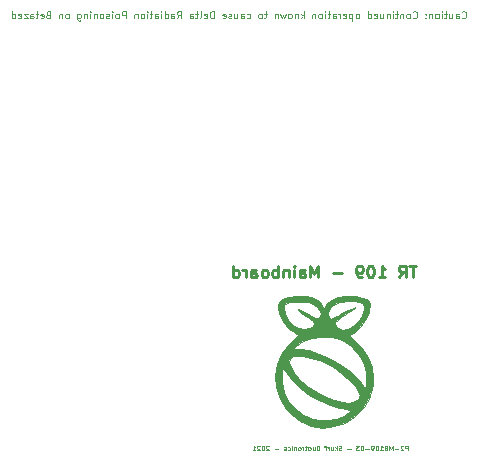
<source format=gbr>
G04 #@! TF.GenerationSoftware,KiCad,Pcbnew,(5.1.10-1-10_14)*
G04 #@! TF.CreationDate,2021-06-08T23:18:15-04:00*
G04 #@! TF.ProjectId,tr109-mainboard,74723130-392d-46d6-9169-6e626f617264,1*
G04 #@! TF.SameCoordinates,Original*
G04 #@! TF.FileFunction,Legend,Bot*
G04 #@! TF.FilePolarity,Positive*
%FSLAX46Y46*%
G04 Gerber Fmt 4.6, Leading zero omitted, Abs format (unit mm)*
G04 Created by KiCad (PCBNEW (5.1.10-1-10_14)) date 2021-06-08 23:18:15*
%MOMM*%
%LPD*%
G01*
G04 APERTURE LIST*
%ADD10C,0.100000*%
%ADD11C,0.250000*%
%ADD12C,0.010000*%
G04 APERTURE END LIST*
D10*
X162571993Y-72807485D02*
X162600565Y-72836057D01*
X162686279Y-72864628D01*
X162743422Y-72864628D01*
X162829136Y-72836057D01*
X162886279Y-72778914D01*
X162914850Y-72721771D01*
X162943422Y-72607485D01*
X162943422Y-72521771D01*
X162914850Y-72407485D01*
X162886279Y-72350342D01*
X162829136Y-72293200D01*
X162743422Y-72264628D01*
X162686279Y-72264628D01*
X162600565Y-72293200D01*
X162571993Y-72321771D01*
X162057708Y-72864628D02*
X162057708Y-72550342D01*
X162086279Y-72493200D01*
X162143422Y-72464628D01*
X162257708Y-72464628D01*
X162314850Y-72493200D01*
X162057708Y-72836057D02*
X162114850Y-72864628D01*
X162257708Y-72864628D01*
X162314850Y-72836057D01*
X162343422Y-72778914D01*
X162343422Y-72721771D01*
X162314850Y-72664628D01*
X162257708Y-72636057D01*
X162114850Y-72636057D01*
X162057708Y-72607485D01*
X161514850Y-72464628D02*
X161514850Y-72864628D01*
X161771993Y-72464628D02*
X161771993Y-72778914D01*
X161743422Y-72836057D01*
X161686279Y-72864628D01*
X161600565Y-72864628D01*
X161543422Y-72836057D01*
X161514850Y-72807485D01*
X161314850Y-72464628D02*
X161086279Y-72464628D01*
X161229136Y-72264628D02*
X161229136Y-72778914D01*
X161200565Y-72836057D01*
X161143422Y-72864628D01*
X161086279Y-72864628D01*
X160886279Y-72864628D02*
X160886279Y-72464628D01*
X160886279Y-72264628D02*
X160914850Y-72293200D01*
X160886279Y-72321771D01*
X160857708Y-72293200D01*
X160886279Y-72264628D01*
X160886279Y-72321771D01*
X160514850Y-72864628D02*
X160571993Y-72836057D01*
X160600565Y-72807485D01*
X160629136Y-72750342D01*
X160629136Y-72578914D01*
X160600565Y-72521771D01*
X160571993Y-72493200D01*
X160514850Y-72464628D01*
X160429136Y-72464628D01*
X160371993Y-72493200D01*
X160343422Y-72521771D01*
X160314850Y-72578914D01*
X160314850Y-72750342D01*
X160343422Y-72807485D01*
X160371993Y-72836057D01*
X160429136Y-72864628D01*
X160514850Y-72864628D01*
X160057708Y-72464628D02*
X160057708Y-72864628D01*
X160057708Y-72521771D02*
X160029136Y-72493200D01*
X159971993Y-72464628D01*
X159886279Y-72464628D01*
X159829136Y-72493200D01*
X159800565Y-72550342D01*
X159800565Y-72864628D01*
X159514850Y-72807485D02*
X159486279Y-72836057D01*
X159514850Y-72864628D01*
X159543422Y-72836057D01*
X159514850Y-72807485D01*
X159514850Y-72864628D01*
X159514850Y-72493200D02*
X159486279Y-72521771D01*
X159514850Y-72550342D01*
X159543422Y-72521771D01*
X159514850Y-72493200D01*
X159514850Y-72550342D01*
X158429136Y-72807485D02*
X158457708Y-72836057D01*
X158543422Y-72864628D01*
X158600565Y-72864628D01*
X158686279Y-72836057D01*
X158743422Y-72778914D01*
X158771993Y-72721771D01*
X158800565Y-72607485D01*
X158800565Y-72521771D01*
X158771993Y-72407485D01*
X158743422Y-72350342D01*
X158686279Y-72293200D01*
X158600565Y-72264628D01*
X158543422Y-72264628D01*
X158457708Y-72293200D01*
X158429136Y-72321771D01*
X158086279Y-72864628D02*
X158143422Y-72836057D01*
X158171993Y-72807485D01*
X158200565Y-72750342D01*
X158200565Y-72578914D01*
X158171993Y-72521771D01*
X158143422Y-72493200D01*
X158086279Y-72464628D01*
X158000565Y-72464628D01*
X157943422Y-72493200D01*
X157914850Y-72521771D01*
X157886279Y-72578914D01*
X157886279Y-72750342D01*
X157914850Y-72807485D01*
X157943422Y-72836057D01*
X158000565Y-72864628D01*
X158086279Y-72864628D01*
X157629136Y-72464628D02*
X157629136Y-72864628D01*
X157629136Y-72521771D02*
X157600565Y-72493200D01*
X157543422Y-72464628D01*
X157457708Y-72464628D01*
X157400565Y-72493200D01*
X157371993Y-72550342D01*
X157371993Y-72864628D01*
X157171993Y-72464628D02*
X156943422Y-72464628D01*
X157086279Y-72264628D02*
X157086279Y-72778914D01*
X157057708Y-72836057D01*
X157000565Y-72864628D01*
X156943422Y-72864628D01*
X156743422Y-72864628D02*
X156743422Y-72464628D01*
X156743422Y-72264628D02*
X156771993Y-72293200D01*
X156743422Y-72321771D01*
X156714850Y-72293200D01*
X156743422Y-72264628D01*
X156743422Y-72321771D01*
X156457708Y-72464628D02*
X156457708Y-72864628D01*
X156457708Y-72521771D02*
X156429136Y-72493200D01*
X156371993Y-72464628D01*
X156286279Y-72464628D01*
X156229136Y-72493200D01*
X156200565Y-72550342D01*
X156200565Y-72864628D01*
X155657708Y-72464628D02*
X155657708Y-72864628D01*
X155914850Y-72464628D02*
X155914850Y-72778914D01*
X155886279Y-72836057D01*
X155829136Y-72864628D01*
X155743422Y-72864628D01*
X155686279Y-72836057D01*
X155657708Y-72807485D01*
X155143422Y-72836057D02*
X155200565Y-72864628D01*
X155314850Y-72864628D01*
X155371993Y-72836057D01*
X155400565Y-72778914D01*
X155400565Y-72550342D01*
X155371993Y-72493200D01*
X155314850Y-72464628D01*
X155200565Y-72464628D01*
X155143422Y-72493200D01*
X155114850Y-72550342D01*
X155114850Y-72607485D01*
X155400565Y-72664628D01*
X154600565Y-72864628D02*
X154600565Y-72264628D01*
X154600565Y-72836057D02*
X154657708Y-72864628D01*
X154771993Y-72864628D01*
X154829136Y-72836057D01*
X154857708Y-72807485D01*
X154886279Y-72750342D01*
X154886279Y-72578914D01*
X154857708Y-72521771D01*
X154829136Y-72493200D01*
X154771993Y-72464628D01*
X154657708Y-72464628D01*
X154600565Y-72493200D01*
X153771993Y-72864628D02*
X153829136Y-72836057D01*
X153857708Y-72807485D01*
X153886279Y-72750342D01*
X153886279Y-72578914D01*
X153857708Y-72521771D01*
X153829136Y-72493200D01*
X153771993Y-72464628D01*
X153686279Y-72464628D01*
X153629136Y-72493200D01*
X153600565Y-72521771D01*
X153571993Y-72578914D01*
X153571993Y-72750342D01*
X153600565Y-72807485D01*
X153629136Y-72836057D01*
X153686279Y-72864628D01*
X153771993Y-72864628D01*
X153314850Y-72464628D02*
X153314850Y-73064628D01*
X153314850Y-72493200D02*
X153257708Y-72464628D01*
X153143422Y-72464628D01*
X153086279Y-72493200D01*
X153057708Y-72521771D01*
X153029136Y-72578914D01*
X153029136Y-72750342D01*
X153057708Y-72807485D01*
X153086279Y-72836057D01*
X153143422Y-72864628D01*
X153257708Y-72864628D01*
X153314850Y-72836057D01*
X152543422Y-72836057D02*
X152600565Y-72864628D01*
X152714850Y-72864628D01*
X152771993Y-72836057D01*
X152800565Y-72778914D01*
X152800565Y-72550342D01*
X152771993Y-72493200D01*
X152714850Y-72464628D01*
X152600565Y-72464628D01*
X152543422Y-72493200D01*
X152514850Y-72550342D01*
X152514850Y-72607485D01*
X152800565Y-72664628D01*
X152257708Y-72864628D02*
X152257708Y-72464628D01*
X152257708Y-72578914D02*
X152229136Y-72521771D01*
X152200565Y-72493200D01*
X152143422Y-72464628D01*
X152086279Y-72464628D01*
X151629136Y-72864628D02*
X151629136Y-72550342D01*
X151657708Y-72493200D01*
X151714850Y-72464628D01*
X151829136Y-72464628D01*
X151886279Y-72493200D01*
X151629136Y-72836057D02*
X151686279Y-72864628D01*
X151829136Y-72864628D01*
X151886279Y-72836057D01*
X151914850Y-72778914D01*
X151914850Y-72721771D01*
X151886279Y-72664628D01*
X151829136Y-72636057D01*
X151686279Y-72636057D01*
X151629136Y-72607485D01*
X151429136Y-72464628D02*
X151200565Y-72464628D01*
X151343422Y-72264628D02*
X151343422Y-72778914D01*
X151314850Y-72836057D01*
X151257708Y-72864628D01*
X151200565Y-72864628D01*
X151000565Y-72864628D02*
X151000565Y-72464628D01*
X151000565Y-72264628D02*
X151029136Y-72293200D01*
X151000565Y-72321771D01*
X150971993Y-72293200D01*
X151000565Y-72264628D01*
X151000565Y-72321771D01*
X150629136Y-72864628D02*
X150686279Y-72836057D01*
X150714850Y-72807485D01*
X150743422Y-72750342D01*
X150743422Y-72578914D01*
X150714850Y-72521771D01*
X150686279Y-72493200D01*
X150629136Y-72464628D01*
X150543422Y-72464628D01*
X150486279Y-72493200D01*
X150457708Y-72521771D01*
X150429136Y-72578914D01*
X150429136Y-72750342D01*
X150457708Y-72807485D01*
X150486279Y-72836057D01*
X150543422Y-72864628D01*
X150629136Y-72864628D01*
X150171993Y-72464628D02*
X150171993Y-72864628D01*
X150171993Y-72521771D02*
X150143422Y-72493200D01*
X150086279Y-72464628D01*
X150000565Y-72464628D01*
X149943422Y-72493200D01*
X149914850Y-72550342D01*
X149914850Y-72864628D01*
X149171993Y-72864628D02*
X149171993Y-72264628D01*
X149114850Y-72636057D02*
X148943422Y-72864628D01*
X148943422Y-72464628D02*
X149171993Y-72693200D01*
X148686279Y-72464628D02*
X148686279Y-72864628D01*
X148686279Y-72521771D02*
X148657708Y-72493200D01*
X148600565Y-72464628D01*
X148514850Y-72464628D01*
X148457708Y-72493200D01*
X148429136Y-72550342D01*
X148429136Y-72864628D01*
X148057708Y-72864628D02*
X148114850Y-72836057D01*
X148143422Y-72807485D01*
X148171993Y-72750342D01*
X148171993Y-72578914D01*
X148143422Y-72521771D01*
X148114850Y-72493200D01*
X148057708Y-72464628D01*
X147971993Y-72464628D01*
X147914850Y-72493200D01*
X147886279Y-72521771D01*
X147857708Y-72578914D01*
X147857708Y-72750342D01*
X147886279Y-72807485D01*
X147914850Y-72836057D01*
X147971993Y-72864628D01*
X148057708Y-72864628D01*
X147657708Y-72464628D02*
X147543422Y-72864628D01*
X147429136Y-72578914D01*
X147314850Y-72864628D01*
X147200565Y-72464628D01*
X146971993Y-72464628D02*
X146971993Y-72864628D01*
X146971993Y-72521771D02*
X146943422Y-72493200D01*
X146886279Y-72464628D01*
X146800565Y-72464628D01*
X146743422Y-72493200D01*
X146714850Y-72550342D01*
X146714850Y-72864628D01*
X146057708Y-72464628D02*
X145829136Y-72464628D01*
X145971993Y-72264628D02*
X145971993Y-72778914D01*
X145943422Y-72836057D01*
X145886279Y-72864628D01*
X145829136Y-72864628D01*
X145543422Y-72864628D02*
X145600565Y-72836057D01*
X145629136Y-72807485D01*
X145657708Y-72750342D01*
X145657708Y-72578914D01*
X145629136Y-72521771D01*
X145600565Y-72493200D01*
X145543422Y-72464628D01*
X145457708Y-72464628D01*
X145400565Y-72493200D01*
X145371993Y-72521771D01*
X145343422Y-72578914D01*
X145343422Y-72750342D01*
X145371993Y-72807485D01*
X145400565Y-72836057D01*
X145457708Y-72864628D01*
X145543422Y-72864628D01*
X144371993Y-72836057D02*
X144429136Y-72864628D01*
X144543422Y-72864628D01*
X144600565Y-72836057D01*
X144629136Y-72807485D01*
X144657708Y-72750342D01*
X144657708Y-72578914D01*
X144629136Y-72521771D01*
X144600565Y-72493200D01*
X144543422Y-72464628D01*
X144429136Y-72464628D01*
X144371993Y-72493200D01*
X143857708Y-72864628D02*
X143857708Y-72550342D01*
X143886279Y-72493200D01*
X143943422Y-72464628D01*
X144057708Y-72464628D01*
X144114850Y-72493200D01*
X143857708Y-72836057D02*
X143914850Y-72864628D01*
X144057708Y-72864628D01*
X144114850Y-72836057D01*
X144143422Y-72778914D01*
X144143422Y-72721771D01*
X144114850Y-72664628D01*
X144057708Y-72636057D01*
X143914850Y-72636057D01*
X143857708Y-72607485D01*
X143314850Y-72464628D02*
X143314850Y-72864628D01*
X143571993Y-72464628D02*
X143571993Y-72778914D01*
X143543422Y-72836057D01*
X143486279Y-72864628D01*
X143400565Y-72864628D01*
X143343422Y-72836057D01*
X143314850Y-72807485D01*
X143057708Y-72836057D02*
X143000565Y-72864628D01*
X142886279Y-72864628D01*
X142829136Y-72836057D01*
X142800565Y-72778914D01*
X142800565Y-72750342D01*
X142829136Y-72693200D01*
X142886279Y-72664628D01*
X142971993Y-72664628D01*
X143029136Y-72636057D01*
X143057708Y-72578914D01*
X143057708Y-72550342D01*
X143029136Y-72493200D01*
X142971993Y-72464628D01*
X142886279Y-72464628D01*
X142829136Y-72493200D01*
X142314850Y-72836057D02*
X142371993Y-72864628D01*
X142486279Y-72864628D01*
X142543422Y-72836057D01*
X142571993Y-72778914D01*
X142571993Y-72550342D01*
X142543422Y-72493200D01*
X142486279Y-72464628D01*
X142371993Y-72464628D01*
X142314850Y-72493200D01*
X142286279Y-72550342D01*
X142286279Y-72607485D01*
X142571993Y-72664628D01*
X141571993Y-72864628D02*
X141571993Y-72264628D01*
X141429136Y-72264628D01*
X141343422Y-72293200D01*
X141286279Y-72350342D01*
X141257708Y-72407485D01*
X141229136Y-72521771D01*
X141229136Y-72607485D01*
X141257708Y-72721771D01*
X141286279Y-72778914D01*
X141343422Y-72836057D01*
X141429136Y-72864628D01*
X141571993Y-72864628D01*
X140743422Y-72836057D02*
X140800565Y-72864628D01*
X140914850Y-72864628D01*
X140971993Y-72836057D01*
X141000565Y-72778914D01*
X141000565Y-72550342D01*
X140971993Y-72493200D01*
X140914850Y-72464628D01*
X140800565Y-72464628D01*
X140743422Y-72493200D01*
X140714850Y-72550342D01*
X140714850Y-72607485D01*
X141000565Y-72664628D01*
X140371993Y-72864628D02*
X140429136Y-72836057D01*
X140457708Y-72778914D01*
X140457708Y-72264628D01*
X140229136Y-72464628D02*
X140000565Y-72464628D01*
X140143422Y-72264628D02*
X140143422Y-72778914D01*
X140114850Y-72836057D01*
X140057708Y-72864628D01*
X140000565Y-72864628D01*
X139543422Y-72864628D02*
X139543422Y-72550342D01*
X139571993Y-72493200D01*
X139629136Y-72464628D01*
X139743422Y-72464628D01*
X139800565Y-72493200D01*
X139543422Y-72836057D02*
X139600565Y-72864628D01*
X139743422Y-72864628D01*
X139800565Y-72836057D01*
X139829136Y-72778914D01*
X139829136Y-72721771D01*
X139800565Y-72664628D01*
X139743422Y-72636057D01*
X139600565Y-72636057D01*
X139543422Y-72607485D01*
X138457708Y-72864628D02*
X138657708Y-72578914D01*
X138800565Y-72864628D02*
X138800565Y-72264628D01*
X138571993Y-72264628D01*
X138514850Y-72293200D01*
X138486279Y-72321771D01*
X138457708Y-72378914D01*
X138457708Y-72464628D01*
X138486279Y-72521771D01*
X138514850Y-72550342D01*
X138571993Y-72578914D01*
X138800565Y-72578914D01*
X137943422Y-72864628D02*
X137943422Y-72550342D01*
X137971993Y-72493200D01*
X138029136Y-72464628D01*
X138143422Y-72464628D01*
X138200565Y-72493200D01*
X137943422Y-72836057D02*
X138000565Y-72864628D01*
X138143422Y-72864628D01*
X138200565Y-72836057D01*
X138229136Y-72778914D01*
X138229136Y-72721771D01*
X138200565Y-72664628D01*
X138143422Y-72636057D01*
X138000565Y-72636057D01*
X137943422Y-72607485D01*
X137400565Y-72864628D02*
X137400565Y-72264628D01*
X137400565Y-72836057D02*
X137457708Y-72864628D01*
X137571993Y-72864628D01*
X137629136Y-72836057D01*
X137657708Y-72807485D01*
X137686279Y-72750342D01*
X137686279Y-72578914D01*
X137657708Y-72521771D01*
X137629136Y-72493200D01*
X137571993Y-72464628D01*
X137457708Y-72464628D01*
X137400565Y-72493200D01*
X137114850Y-72864628D02*
X137114850Y-72464628D01*
X137114850Y-72264628D02*
X137143422Y-72293200D01*
X137114850Y-72321771D01*
X137086279Y-72293200D01*
X137114850Y-72264628D01*
X137114850Y-72321771D01*
X136571993Y-72864628D02*
X136571993Y-72550342D01*
X136600565Y-72493200D01*
X136657708Y-72464628D01*
X136771993Y-72464628D01*
X136829136Y-72493200D01*
X136571993Y-72836057D02*
X136629136Y-72864628D01*
X136771993Y-72864628D01*
X136829136Y-72836057D01*
X136857708Y-72778914D01*
X136857708Y-72721771D01*
X136829136Y-72664628D01*
X136771993Y-72636057D01*
X136629136Y-72636057D01*
X136571993Y-72607485D01*
X136371993Y-72464628D02*
X136143422Y-72464628D01*
X136286279Y-72264628D02*
X136286279Y-72778914D01*
X136257708Y-72836057D01*
X136200565Y-72864628D01*
X136143422Y-72864628D01*
X135943422Y-72864628D02*
X135943422Y-72464628D01*
X135943422Y-72264628D02*
X135971993Y-72293200D01*
X135943422Y-72321771D01*
X135914850Y-72293200D01*
X135943422Y-72264628D01*
X135943422Y-72321771D01*
X135571993Y-72864628D02*
X135629136Y-72836057D01*
X135657708Y-72807485D01*
X135686279Y-72750342D01*
X135686279Y-72578914D01*
X135657708Y-72521771D01*
X135629136Y-72493200D01*
X135571993Y-72464628D01*
X135486279Y-72464628D01*
X135429136Y-72493200D01*
X135400565Y-72521771D01*
X135371993Y-72578914D01*
X135371993Y-72750342D01*
X135400565Y-72807485D01*
X135429136Y-72836057D01*
X135486279Y-72864628D01*
X135571993Y-72864628D01*
X135114850Y-72464628D02*
X135114850Y-72864628D01*
X135114850Y-72521771D02*
X135086279Y-72493200D01*
X135029136Y-72464628D01*
X134943422Y-72464628D01*
X134886279Y-72493200D01*
X134857708Y-72550342D01*
X134857708Y-72864628D01*
X134114850Y-72864628D02*
X134114850Y-72264628D01*
X133886279Y-72264628D01*
X133829136Y-72293200D01*
X133800565Y-72321771D01*
X133771993Y-72378914D01*
X133771993Y-72464628D01*
X133800565Y-72521771D01*
X133829136Y-72550342D01*
X133886279Y-72578914D01*
X134114850Y-72578914D01*
X133429136Y-72864628D02*
X133486279Y-72836057D01*
X133514850Y-72807485D01*
X133543422Y-72750342D01*
X133543422Y-72578914D01*
X133514850Y-72521771D01*
X133486279Y-72493200D01*
X133429136Y-72464628D01*
X133343422Y-72464628D01*
X133286279Y-72493200D01*
X133257708Y-72521771D01*
X133229136Y-72578914D01*
X133229136Y-72750342D01*
X133257708Y-72807485D01*
X133286279Y-72836057D01*
X133343422Y-72864628D01*
X133429136Y-72864628D01*
X132971993Y-72864628D02*
X132971993Y-72464628D01*
X132971993Y-72264628D02*
X133000565Y-72293200D01*
X132971993Y-72321771D01*
X132943422Y-72293200D01*
X132971993Y-72264628D01*
X132971993Y-72321771D01*
X132714850Y-72836057D02*
X132657708Y-72864628D01*
X132543422Y-72864628D01*
X132486279Y-72836057D01*
X132457708Y-72778914D01*
X132457708Y-72750342D01*
X132486279Y-72693200D01*
X132543422Y-72664628D01*
X132629136Y-72664628D01*
X132686279Y-72636057D01*
X132714850Y-72578914D01*
X132714850Y-72550342D01*
X132686279Y-72493200D01*
X132629136Y-72464628D01*
X132543422Y-72464628D01*
X132486279Y-72493200D01*
X132114850Y-72864628D02*
X132171993Y-72836057D01*
X132200565Y-72807485D01*
X132229136Y-72750342D01*
X132229136Y-72578914D01*
X132200565Y-72521771D01*
X132171993Y-72493200D01*
X132114850Y-72464628D01*
X132029136Y-72464628D01*
X131971993Y-72493200D01*
X131943422Y-72521771D01*
X131914850Y-72578914D01*
X131914850Y-72750342D01*
X131943422Y-72807485D01*
X131971993Y-72836057D01*
X132029136Y-72864628D01*
X132114850Y-72864628D01*
X131657708Y-72464628D02*
X131657708Y-72864628D01*
X131657708Y-72521771D02*
X131629136Y-72493200D01*
X131571993Y-72464628D01*
X131486279Y-72464628D01*
X131429136Y-72493200D01*
X131400565Y-72550342D01*
X131400565Y-72864628D01*
X131114850Y-72864628D02*
X131114850Y-72464628D01*
X131114850Y-72264628D02*
X131143422Y-72293200D01*
X131114850Y-72321771D01*
X131086279Y-72293200D01*
X131114850Y-72264628D01*
X131114850Y-72321771D01*
X130829136Y-72464628D02*
X130829136Y-72864628D01*
X130829136Y-72521771D02*
X130800565Y-72493200D01*
X130743422Y-72464628D01*
X130657708Y-72464628D01*
X130600565Y-72493200D01*
X130571993Y-72550342D01*
X130571993Y-72864628D01*
X130029136Y-72464628D02*
X130029136Y-72950342D01*
X130057708Y-73007485D01*
X130086279Y-73036057D01*
X130143422Y-73064628D01*
X130229136Y-73064628D01*
X130286279Y-73036057D01*
X130029136Y-72836057D02*
X130086279Y-72864628D01*
X130200565Y-72864628D01*
X130257708Y-72836057D01*
X130286279Y-72807485D01*
X130314850Y-72750342D01*
X130314850Y-72578914D01*
X130286279Y-72521771D01*
X130257708Y-72493200D01*
X130200565Y-72464628D01*
X130086279Y-72464628D01*
X130029136Y-72493200D01*
X129200565Y-72864628D02*
X129257708Y-72836057D01*
X129286279Y-72807485D01*
X129314850Y-72750342D01*
X129314850Y-72578914D01*
X129286279Y-72521771D01*
X129257708Y-72493200D01*
X129200565Y-72464628D01*
X129114850Y-72464628D01*
X129057708Y-72493200D01*
X129029136Y-72521771D01*
X129000565Y-72578914D01*
X129000565Y-72750342D01*
X129029136Y-72807485D01*
X129057708Y-72836057D01*
X129114850Y-72864628D01*
X129200565Y-72864628D01*
X128743422Y-72464628D02*
X128743422Y-72864628D01*
X128743422Y-72521771D02*
X128714850Y-72493200D01*
X128657708Y-72464628D01*
X128571993Y-72464628D01*
X128514850Y-72493200D01*
X128486279Y-72550342D01*
X128486279Y-72864628D01*
X127543422Y-72550342D02*
X127457708Y-72578914D01*
X127429136Y-72607485D01*
X127400565Y-72664628D01*
X127400565Y-72750342D01*
X127429136Y-72807485D01*
X127457708Y-72836057D01*
X127514850Y-72864628D01*
X127743422Y-72864628D01*
X127743422Y-72264628D01*
X127543422Y-72264628D01*
X127486279Y-72293200D01*
X127457708Y-72321771D01*
X127429136Y-72378914D01*
X127429136Y-72436057D01*
X127457708Y-72493200D01*
X127486279Y-72521771D01*
X127543422Y-72550342D01*
X127743422Y-72550342D01*
X126914850Y-72836057D02*
X126971993Y-72864628D01*
X127086279Y-72864628D01*
X127143422Y-72836057D01*
X127171993Y-72778914D01*
X127171993Y-72550342D01*
X127143422Y-72493200D01*
X127086279Y-72464628D01*
X126971993Y-72464628D01*
X126914850Y-72493200D01*
X126886279Y-72550342D01*
X126886279Y-72607485D01*
X127171993Y-72664628D01*
X126714850Y-72464628D02*
X126486279Y-72464628D01*
X126629136Y-72264628D02*
X126629136Y-72778914D01*
X126600565Y-72836057D01*
X126543422Y-72864628D01*
X126486279Y-72864628D01*
X126029136Y-72864628D02*
X126029136Y-72550342D01*
X126057708Y-72493200D01*
X126114850Y-72464628D01*
X126229136Y-72464628D01*
X126286279Y-72493200D01*
X126029136Y-72836057D02*
X126086279Y-72864628D01*
X126229136Y-72864628D01*
X126286279Y-72836057D01*
X126314850Y-72778914D01*
X126314850Y-72721771D01*
X126286279Y-72664628D01*
X126229136Y-72636057D01*
X126086279Y-72636057D01*
X126029136Y-72607485D01*
X125800565Y-72464628D02*
X125486279Y-72464628D01*
X125800565Y-72864628D01*
X125486279Y-72864628D01*
X125029136Y-72836057D02*
X125086279Y-72864628D01*
X125200565Y-72864628D01*
X125257708Y-72836057D01*
X125286279Y-72778914D01*
X125286279Y-72550342D01*
X125257708Y-72493200D01*
X125200565Y-72464628D01*
X125086279Y-72464628D01*
X125029136Y-72493200D01*
X125000565Y-72550342D01*
X125000565Y-72607485D01*
X125286279Y-72664628D01*
X124486279Y-72864628D02*
X124486279Y-72264628D01*
X124486279Y-72836057D02*
X124543422Y-72864628D01*
X124657708Y-72864628D01*
X124714850Y-72836057D01*
X124743422Y-72807485D01*
X124771993Y-72750342D01*
X124771993Y-72578914D01*
X124743422Y-72521771D01*
X124714850Y-72493200D01*
X124657708Y-72464628D01*
X124543422Y-72464628D01*
X124486279Y-72493200D01*
D11*
X158710547Y-93806780D02*
X158139119Y-93806780D01*
X158424833Y-94806780D02*
X158424833Y-93806780D01*
X157234357Y-94806780D02*
X157567690Y-94330590D01*
X157805785Y-94806780D02*
X157805785Y-93806780D01*
X157424833Y-93806780D01*
X157329595Y-93854400D01*
X157281976Y-93902019D01*
X157234357Y-93997257D01*
X157234357Y-94140114D01*
X157281976Y-94235352D01*
X157329595Y-94282971D01*
X157424833Y-94330590D01*
X157805785Y-94330590D01*
X155520071Y-94806780D02*
X156091500Y-94806780D01*
X155805785Y-94806780D02*
X155805785Y-93806780D01*
X155901024Y-93949638D01*
X155996262Y-94044876D01*
X156091500Y-94092495D01*
X154901024Y-93806780D02*
X154805785Y-93806780D01*
X154710547Y-93854400D01*
X154662928Y-93902019D01*
X154615309Y-93997257D01*
X154567690Y-94187733D01*
X154567690Y-94425828D01*
X154615309Y-94616304D01*
X154662928Y-94711542D01*
X154710547Y-94759161D01*
X154805785Y-94806780D01*
X154901024Y-94806780D01*
X154996262Y-94759161D01*
X155043881Y-94711542D01*
X155091500Y-94616304D01*
X155139119Y-94425828D01*
X155139119Y-94187733D01*
X155091500Y-93997257D01*
X155043881Y-93902019D01*
X154996262Y-93854400D01*
X154901024Y-93806780D01*
X154091500Y-94806780D02*
X153901024Y-94806780D01*
X153805785Y-94759161D01*
X153758166Y-94711542D01*
X153662928Y-94568685D01*
X153615309Y-94378209D01*
X153615309Y-93997257D01*
X153662928Y-93902019D01*
X153710547Y-93854400D01*
X153805785Y-93806780D01*
X153996262Y-93806780D01*
X154091500Y-93854400D01*
X154139119Y-93902019D01*
X154186738Y-93997257D01*
X154186738Y-94235352D01*
X154139119Y-94330590D01*
X154091500Y-94378209D01*
X153996262Y-94425828D01*
X153805785Y-94425828D01*
X153710547Y-94378209D01*
X153662928Y-94330590D01*
X153615309Y-94235352D01*
X152424833Y-94425828D02*
X151662928Y-94425828D01*
X150424833Y-94806780D02*
X150424833Y-93806780D01*
X150091500Y-94521066D01*
X149758166Y-93806780D01*
X149758166Y-94806780D01*
X148853404Y-94806780D02*
X148853404Y-94282971D01*
X148901024Y-94187733D01*
X148996262Y-94140114D01*
X149186738Y-94140114D01*
X149281976Y-94187733D01*
X148853404Y-94759161D02*
X148948643Y-94806780D01*
X149186738Y-94806780D01*
X149281976Y-94759161D01*
X149329595Y-94663923D01*
X149329595Y-94568685D01*
X149281976Y-94473447D01*
X149186738Y-94425828D01*
X148948643Y-94425828D01*
X148853404Y-94378209D01*
X148377214Y-94806780D02*
X148377214Y-94140114D01*
X148377214Y-93806780D02*
X148424833Y-93854400D01*
X148377214Y-93902019D01*
X148329595Y-93854400D01*
X148377214Y-93806780D01*
X148377214Y-93902019D01*
X147901024Y-94140114D02*
X147901024Y-94806780D01*
X147901024Y-94235352D02*
X147853404Y-94187733D01*
X147758166Y-94140114D01*
X147615309Y-94140114D01*
X147520071Y-94187733D01*
X147472452Y-94282971D01*
X147472452Y-94806780D01*
X146996262Y-94806780D02*
X146996262Y-93806780D01*
X146996262Y-94187733D02*
X146901024Y-94140114D01*
X146710547Y-94140114D01*
X146615309Y-94187733D01*
X146567690Y-94235352D01*
X146520071Y-94330590D01*
X146520071Y-94616304D01*
X146567690Y-94711542D01*
X146615309Y-94759161D01*
X146710547Y-94806780D01*
X146901024Y-94806780D01*
X146996262Y-94759161D01*
X145948643Y-94806780D02*
X146043881Y-94759161D01*
X146091500Y-94711542D01*
X146139119Y-94616304D01*
X146139119Y-94330590D01*
X146091500Y-94235352D01*
X146043881Y-94187733D01*
X145948643Y-94140114D01*
X145805785Y-94140114D01*
X145710547Y-94187733D01*
X145662928Y-94235352D01*
X145615309Y-94330590D01*
X145615309Y-94616304D01*
X145662928Y-94711542D01*
X145710547Y-94759161D01*
X145805785Y-94806780D01*
X145948643Y-94806780D01*
X144758166Y-94806780D02*
X144758166Y-94282971D01*
X144805785Y-94187733D01*
X144901024Y-94140114D01*
X145091500Y-94140114D01*
X145186738Y-94187733D01*
X144758166Y-94759161D02*
X144853404Y-94806780D01*
X145091500Y-94806780D01*
X145186738Y-94759161D01*
X145234357Y-94663923D01*
X145234357Y-94568685D01*
X145186738Y-94473447D01*
X145091500Y-94425828D01*
X144853404Y-94425828D01*
X144758166Y-94378209D01*
X144281976Y-94806780D02*
X144281976Y-94140114D01*
X144281976Y-94330590D02*
X144234357Y-94235352D01*
X144186738Y-94187733D01*
X144091500Y-94140114D01*
X143996262Y-94140114D01*
X143234357Y-94806780D02*
X143234357Y-93806780D01*
X143234357Y-94759161D02*
X143329595Y-94806780D01*
X143520071Y-94806780D01*
X143615309Y-94759161D01*
X143662928Y-94711542D01*
X143710547Y-94616304D01*
X143710547Y-94330590D01*
X143662928Y-94235352D01*
X143615309Y-94187733D01*
X143520071Y-94140114D01*
X143329595Y-94140114D01*
X143234357Y-94187733D01*
D10*
X157990785Y-109445152D02*
X157990785Y-109045152D01*
X157838404Y-109045152D01*
X157800309Y-109064200D01*
X157781262Y-109083247D01*
X157762214Y-109121342D01*
X157762214Y-109178485D01*
X157781262Y-109216580D01*
X157800309Y-109235628D01*
X157838404Y-109254676D01*
X157990785Y-109254676D01*
X157609833Y-109083247D02*
X157590785Y-109064200D01*
X157552690Y-109045152D01*
X157457452Y-109045152D01*
X157419357Y-109064200D01*
X157400309Y-109083247D01*
X157381262Y-109121342D01*
X157381262Y-109159438D01*
X157400309Y-109216580D01*
X157628881Y-109445152D01*
X157381262Y-109445152D01*
X157209833Y-109292771D02*
X156905071Y-109292771D01*
X156714595Y-109445152D02*
X156714595Y-109045152D01*
X156581262Y-109330866D01*
X156447928Y-109045152D01*
X156447928Y-109445152D01*
X156124119Y-109235628D02*
X156066976Y-109254676D01*
X156047928Y-109273723D01*
X156028881Y-109311819D01*
X156028881Y-109368961D01*
X156047928Y-109407057D01*
X156066976Y-109426104D01*
X156105071Y-109445152D01*
X156257452Y-109445152D01*
X156257452Y-109045152D01*
X156124119Y-109045152D01*
X156086024Y-109064200D01*
X156066976Y-109083247D01*
X156047928Y-109121342D01*
X156047928Y-109159438D01*
X156066976Y-109197533D01*
X156086024Y-109216580D01*
X156124119Y-109235628D01*
X156257452Y-109235628D01*
X155647928Y-109445152D02*
X155876500Y-109445152D01*
X155762214Y-109445152D02*
X155762214Y-109045152D01*
X155800309Y-109102295D01*
X155838404Y-109140390D01*
X155876500Y-109159438D01*
X155400309Y-109045152D02*
X155362214Y-109045152D01*
X155324119Y-109064200D01*
X155305071Y-109083247D01*
X155286024Y-109121342D01*
X155266976Y-109197533D01*
X155266976Y-109292771D01*
X155286024Y-109368961D01*
X155305071Y-109407057D01*
X155324119Y-109426104D01*
X155362214Y-109445152D01*
X155400309Y-109445152D01*
X155438404Y-109426104D01*
X155457452Y-109407057D01*
X155476500Y-109368961D01*
X155495547Y-109292771D01*
X155495547Y-109197533D01*
X155476500Y-109121342D01*
X155457452Y-109083247D01*
X155438404Y-109064200D01*
X155400309Y-109045152D01*
X155076500Y-109445152D02*
X155000309Y-109445152D01*
X154962214Y-109426104D01*
X154943166Y-109407057D01*
X154905071Y-109349914D01*
X154886024Y-109273723D01*
X154886024Y-109121342D01*
X154905071Y-109083247D01*
X154924119Y-109064200D01*
X154962214Y-109045152D01*
X155038404Y-109045152D01*
X155076500Y-109064200D01*
X155095547Y-109083247D01*
X155114595Y-109121342D01*
X155114595Y-109216580D01*
X155095547Y-109254676D01*
X155076500Y-109273723D01*
X155038404Y-109292771D01*
X154962214Y-109292771D01*
X154924119Y-109273723D01*
X154905071Y-109254676D01*
X154886024Y-109216580D01*
X154714595Y-109292771D02*
X154409833Y-109292771D01*
X154143166Y-109045152D02*
X154105071Y-109045152D01*
X154066976Y-109064200D01*
X154047928Y-109083247D01*
X154028881Y-109121342D01*
X154009833Y-109197533D01*
X154009833Y-109292771D01*
X154028881Y-109368961D01*
X154047928Y-109407057D01*
X154066976Y-109426104D01*
X154105071Y-109445152D01*
X154143166Y-109445152D01*
X154181262Y-109426104D01*
X154200309Y-109407057D01*
X154219357Y-109368961D01*
X154238404Y-109292771D01*
X154238404Y-109197533D01*
X154219357Y-109121342D01*
X154200309Y-109083247D01*
X154181262Y-109064200D01*
X154143166Y-109045152D01*
X153876500Y-109045152D02*
X153628881Y-109045152D01*
X153762214Y-109197533D01*
X153705071Y-109197533D01*
X153666976Y-109216580D01*
X153647928Y-109235628D01*
X153628881Y-109273723D01*
X153628881Y-109368961D01*
X153647928Y-109407057D01*
X153666976Y-109426104D01*
X153705071Y-109445152D01*
X153819357Y-109445152D01*
X153857452Y-109426104D01*
X153876500Y-109407057D01*
X153152690Y-109292771D02*
X152847928Y-109292771D01*
X152371738Y-109426104D02*
X152314595Y-109445152D01*
X152219357Y-109445152D01*
X152181262Y-109426104D01*
X152162214Y-109407057D01*
X152143166Y-109368961D01*
X152143166Y-109330866D01*
X152162214Y-109292771D01*
X152181262Y-109273723D01*
X152219357Y-109254676D01*
X152295547Y-109235628D01*
X152333643Y-109216580D01*
X152352690Y-109197533D01*
X152371738Y-109159438D01*
X152371738Y-109121342D01*
X152352690Y-109083247D01*
X152333643Y-109064200D01*
X152295547Y-109045152D01*
X152200309Y-109045152D01*
X152143166Y-109064200D01*
X151971738Y-109445152D02*
X151971738Y-109045152D01*
X151933643Y-109292771D02*
X151819357Y-109445152D01*
X151819357Y-109178485D02*
X151971738Y-109330866D01*
X151476500Y-109178485D02*
X151476500Y-109445152D01*
X151647928Y-109178485D02*
X151647928Y-109388009D01*
X151628881Y-109426104D01*
X151590785Y-109445152D01*
X151533643Y-109445152D01*
X151495547Y-109426104D01*
X151476500Y-109407057D01*
X151286024Y-109445152D02*
X151286024Y-109178485D01*
X151286024Y-109254676D02*
X151266976Y-109216580D01*
X151247928Y-109197533D01*
X151209833Y-109178485D01*
X151171738Y-109178485D01*
X151095547Y-109178485D02*
X150943166Y-109178485D01*
X151038404Y-109445152D02*
X151038404Y-109102295D01*
X151019357Y-109064200D01*
X150981262Y-109045152D01*
X150943166Y-109045152D01*
X150505071Y-109445152D02*
X150505071Y-109045152D01*
X150409833Y-109045152D01*
X150352690Y-109064200D01*
X150314595Y-109102295D01*
X150295547Y-109140390D01*
X150276500Y-109216580D01*
X150276500Y-109273723D01*
X150295547Y-109349914D01*
X150314595Y-109388009D01*
X150352690Y-109426104D01*
X150409833Y-109445152D01*
X150505071Y-109445152D01*
X149933643Y-109178485D02*
X149933643Y-109445152D01*
X150105071Y-109178485D02*
X150105071Y-109388009D01*
X150086024Y-109426104D01*
X150047928Y-109445152D01*
X149990785Y-109445152D01*
X149952690Y-109426104D01*
X149933643Y-109407057D01*
X149686024Y-109445152D02*
X149724119Y-109426104D01*
X149743166Y-109407057D01*
X149762214Y-109368961D01*
X149762214Y-109254676D01*
X149743166Y-109216580D01*
X149724119Y-109197533D01*
X149686024Y-109178485D01*
X149628881Y-109178485D01*
X149590785Y-109197533D01*
X149571738Y-109216580D01*
X149552690Y-109254676D01*
X149552690Y-109368961D01*
X149571738Y-109407057D01*
X149590785Y-109426104D01*
X149628881Y-109445152D01*
X149686024Y-109445152D01*
X149438404Y-109178485D02*
X149286024Y-109178485D01*
X149381262Y-109045152D02*
X149381262Y-109388009D01*
X149362214Y-109426104D01*
X149324119Y-109445152D01*
X149286024Y-109445152D01*
X149152690Y-109445152D02*
X149152690Y-109178485D01*
X149152690Y-109254676D02*
X149133643Y-109216580D01*
X149114595Y-109197533D01*
X149076500Y-109178485D01*
X149038404Y-109178485D01*
X148847928Y-109445152D02*
X148886024Y-109426104D01*
X148905071Y-109407057D01*
X148924119Y-109368961D01*
X148924119Y-109254676D01*
X148905071Y-109216580D01*
X148886024Y-109197533D01*
X148847928Y-109178485D01*
X148790785Y-109178485D01*
X148752690Y-109197533D01*
X148733643Y-109216580D01*
X148714595Y-109254676D01*
X148714595Y-109368961D01*
X148733643Y-109407057D01*
X148752690Y-109426104D01*
X148790785Y-109445152D01*
X148847928Y-109445152D01*
X148543166Y-109178485D02*
X148543166Y-109445152D01*
X148543166Y-109216580D02*
X148524119Y-109197533D01*
X148486024Y-109178485D01*
X148428881Y-109178485D01*
X148390785Y-109197533D01*
X148371738Y-109235628D01*
X148371738Y-109445152D01*
X148181262Y-109445152D02*
X148181262Y-109178485D01*
X148181262Y-109045152D02*
X148200309Y-109064200D01*
X148181262Y-109083247D01*
X148162214Y-109064200D01*
X148181262Y-109045152D01*
X148181262Y-109083247D01*
X147819357Y-109426104D02*
X147857452Y-109445152D01*
X147933643Y-109445152D01*
X147971738Y-109426104D01*
X147990785Y-109407057D01*
X148009833Y-109368961D01*
X148009833Y-109254676D01*
X147990785Y-109216580D01*
X147971738Y-109197533D01*
X147933643Y-109178485D01*
X147857452Y-109178485D01*
X147819357Y-109197533D01*
X147666976Y-109426104D02*
X147628881Y-109445152D01*
X147552690Y-109445152D01*
X147514595Y-109426104D01*
X147495547Y-109388009D01*
X147495547Y-109368961D01*
X147514595Y-109330866D01*
X147552690Y-109311819D01*
X147609833Y-109311819D01*
X147647928Y-109292771D01*
X147666976Y-109254676D01*
X147666976Y-109235628D01*
X147647928Y-109197533D01*
X147609833Y-109178485D01*
X147552690Y-109178485D01*
X147514595Y-109197533D01*
X147019357Y-109292771D02*
X146714595Y-109292771D01*
X146238404Y-109083247D02*
X146219357Y-109064200D01*
X146181262Y-109045152D01*
X146086024Y-109045152D01*
X146047928Y-109064200D01*
X146028881Y-109083247D01*
X146009833Y-109121342D01*
X146009833Y-109159438D01*
X146028881Y-109216580D01*
X146257452Y-109445152D01*
X146009833Y-109445152D01*
X145762214Y-109045152D02*
X145724119Y-109045152D01*
X145686024Y-109064200D01*
X145666976Y-109083247D01*
X145647928Y-109121342D01*
X145628881Y-109197533D01*
X145628881Y-109292771D01*
X145647928Y-109368961D01*
X145666976Y-109407057D01*
X145686024Y-109426104D01*
X145724119Y-109445152D01*
X145762214Y-109445152D01*
X145800309Y-109426104D01*
X145819357Y-109407057D01*
X145838404Y-109368961D01*
X145857452Y-109292771D01*
X145857452Y-109197533D01*
X145838404Y-109121342D01*
X145819357Y-109083247D01*
X145800309Y-109064200D01*
X145762214Y-109045152D01*
X145476500Y-109083247D02*
X145457452Y-109064200D01*
X145419357Y-109045152D01*
X145324119Y-109045152D01*
X145286024Y-109064200D01*
X145266976Y-109083247D01*
X145247928Y-109121342D01*
X145247928Y-109159438D01*
X145266976Y-109216580D01*
X145495547Y-109445152D01*
X145247928Y-109445152D01*
X144866976Y-109445152D02*
X145095547Y-109445152D01*
X144981262Y-109445152D02*
X144981262Y-109045152D01*
X145019357Y-109102295D01*
X145057452Y-109140390D01*
X145095547Y-109159438D01*
D12*
G36*
X148579585Y-96357196D02*
G01*
X147830198Y-96464599D01*
X147331845Y-96645059D01*
X147063727Y-96923331D01*
X147005050Y-97324172D01*
X147135016Y-97872336D01*
X147186839Y-98015110D01*
X147505124Y-98659758D01*
X147942731Y-99144267D01*
X148327982Y-99423042D01*
X148712825Y-99669301D01*
X148016384Y-100369403D01*
X147347050Y-101219949D01*
X146924782Y-102152373D01*
X146749670Y-103128861D01*
X146821809Y-104111596D01*
X147141291Y-105062764D01*
X147708209Y-105944550D01*
X148001931Y-106267021D01*
X148854640Y-106945031D01*
X149784946Y-107364820D01*
X150767996Y-107521902D01*
X151778936Y-107411792D01*
X152642190Y-107104490D01*
X153562096Y-106529259D01*
X154043324Y-106026855D01*
X153211935Y-106026855D01*
X153158873Y-106135211D01*
X152919690Y-106306934D01*
X152564180Y-106501797D01*
X152162136Y-106679574D01*
X151949293Y-106754608D01*
X151275609Y-106907634D01*
X150632233Y-106908501D01*
X149897241Y-106755641D01*
X149797271Y-106726945D01*
X149141446Y-106426130D01*
X148502679Y-105946824D01*
X147955680Y-105360695D01*
X147575161Y-104739409D01*
X147491600Y-104515232D01*
X147404303Y-104113188D01*
X147347624Y-103639833D01*
X147324123Y-103171997D01*
X147336361Y-102786512D01*
X147386897Y-102560206D01*
X147425476Y-102530680D01*
X147550196Y-102640429D01*
X147744240Y-102916105D01*
X147835002Y-103067692D01*
X148257791Y-103611691D01*
X148887396Y-104173064D01*
X149660346Y-104712891D01*
X150513170Y-105192251D01*
X151382398Y-105572226D01*
X152204559Y-105813896D01*
X152360447Y-105842647D01*
X152797364Y-105920954D01*
X153108931Y-105990301D01*
X153211935Y-106026855D01*
X154043324Y-106026855D01*
X154276531Y-105783387D01*
X154768531Y-104893244D01*
X154795921Y-104783939D01*
X153920442Y-104783939D01*
X153882693Y-104978829D01*
X153681643Y-105172347D01*
X153353078Y-105357347D01*
X152945059Y-105414082D01*
X152401631Y-105342128D01*
X151719365Y-105157395D01*
X150923833Y-104849538D01*
X150159507Y-104441149D01*
X149459257Y-103963117D01*
X148855951Y-103446330D01*
X148382460Y-102921676D01*
X148071652Y-102420041D01*
X147956397Y-101972315D01*
X148022011Y-101682951D01*
X148138209Y-101525756D01*
X148320125Y-101447304D01*
X148642398Y-101430668D01*
X149047999Y-101450273D01*
X149843646Y-101593162D01*
X150701592Y-101902178D01*
X151563132Y-102340144D01*
X152369561Y-102869885D01*
X153062174Y-103454224D01*
X153582267Y-104055986D01*
X153812048Y-104467201D01*
X153920442Y-104783939D01*
X154795921Y-104783939D01*
X155021134Y-103885198D01*
X155052197Y-103360927D01*
X154490259Y-103360927D01*
X154482739Y-103828560D01*
X154443596Y-103996503D01*
X154361832Y-104126352D01*
X154251391Y-104056682D01*
X154099857Y-103827858D01*
X153858337Y-103511784D01*
X153492992Y-103120707D01*
X153185867Y-102831969D01*
X152372025Y-102210289D01*
X151460690Y-101672256D01*
X150521365Y-101249176D01*
X149623558Y-100972354D01*
X148836774Y-100873095D01*
X148836630Y-100873095D01*
X148485138Y-100847158D01*
X148372108Y-100761853D01*
X148503114Y-100605942D01*
X148883732Y-100368184D01*
X149160789Y-100219574D01*
X149870958Y-99960282D01*
X150686720Y-99834481D01*
X151507556Y-99845988D01*
X152232946Y-99998621D01*
X152462194Y-100094187D01*
X153181155Y-100584037D01*
X153802341Y-101259722D01*
X154110049Y-101753482D01*
X154288716Y-102221187D01*
X154420518Y-102791069D01*
X154490259Y-103360927D01*
X155052197Y-103360927D01*
X155052378Y-103357878D01*
X154960993Y-102398599D01*
X154667565Y-101567695D01*
X154143186Y-100797116D01*
X153813287Y-100440992D01*
X153036889Y-99663780D01*
X153486309Y-99421751D01*
X153989802Y-99017153D01*
X154408222Y-98434006D01*
X154680944Y-97768764D01*
X154745430Y-97418544D01*
X154756619Y-97212591D01*
X154309705Y-97212591D01*
X154286318Y-97460727D01*
X154092835Y-98057727D01*
X153766484Y-98562462D01*
X153353818Y-98944739D01*
X152901390Y-99174363D01*
X152455755Y-99221140D01*
X152063465Y-99054877D01*
X151968002Y-98964356D01*
X151826330Y-98770179D01*
X151867377Y-98612730D01*
X152050139Y-98429860D01*
X152356125Y-98182525D01*
X152767280Y-97886693D01*
X152947215Y-97766451D01*
X153281170Y-97541691D01*
X153493664Y-97383666D01*
X153533900Y-97341686D01*
X153425908Y-97348098D01*
X153150889Y-97455381D01*
X152782282Y-97628759D01*
X152393523Y-97833451D01*
X152058050Y-98034679D01*
X152027770Y-98054963D01*
X151704053Y-98253576D01*
X151507347Y-98295083D01*
X151350479Y-98196592D01*
X151343142Y-98189325D01*
X151222249Y-97998283D01*
X151248098Y-97795036D01*
X150632873Y-97795036D01*
X150584789Y-98139031D01*
X150426810Y-98274743D01*
X150126832Y-98209191D01*
X149724786Y-97993557D01*
X149238203Y-97716737D01*
X148889626Y-97551010D01*
X148702301Y-97498103D01*
X148699473Y-97559742D01*
X148904386Y-97737654D01*
X149220042Y-97956066D01*
X149637641Y-98254742D01*
X149944034Y-98522598D01*
X150080586Y-98707474D01*
X150082813Y-98723552D01*
X149964981Y-98970570D01*
X149662044Y-99122181D01*
X149249840Y-99173154D01*
X148804208Y-99118264D01*
X148400985Y-98952280D01*
X148263401Y-98848978D01*
X147890736Y-98393337D01*
X147619733Y-97841258D01*
X147520554Y-97394077D01*
X147553919Y-97117551D01*
X147746807Y-96972082D01*
X147928608Y-96920040D01*
X148588767Y-96841921D01*
X149408456Y-96866854D01*
X149646733Y-96891728D01*
X150005672Y-97025735D01*
X150348030Y-97291042D01*
X150582156Y-97603694D01*
X150632873Y-97795036D01*
X151248098Y-97795036D01*
X151254531Y-97744457D01*
X151317337Y-97579045D01*
X151519755Y-97239243D01*
X151827754Y-97017077D01*
X152299192Y-96885034D01*
X152912705Y-96820405D01*
X153404197Y-96831995D01*
X153869559Y-96907250D01*
X153911517Y-96919036D01*
X154212321Y-97039671D01*
X154309705Y-97212591D01*
X154756619Y-97212591D01*
X154766944Y-97022556D01*
X154707211Y-96803480D01*
X154528656Y-96665619D01*
X154431513Y-96619015D01*
X154081349Y-96508210D01*
X153589852Y-96409179D01*
X153267504Y-96365913D01*
X152653746Y-96367802D01*
X152057690Y-96481976D01*
X151549652Y-96683328D01*
X151199950Y-96946745D01*
X151089720Y-97143608D01*
X150965805Y-97388030D01*
X150817463Y-97364638D01*
X150699624Y-97132104D01*
X150472805Y-96830632D01*
X150042377Y-96581797D01*
X149479534Y-96411621D01*
X148855466Y-96346125D01*
X148579585Y-96357196D01*
G37*
X148579585Y-96357196D02*
X147830198Y-96464599D01*
X147331845Y-96645059D01*
X147063727Y-96923331D01*
X147005050Y-97324172D01*
X147135016Y-97872336D01*
X147186839Y-98015110D01*
X147505124Y-98659758D01*
X147942731Y-99144267D01*
X148327982Y-99423042D01*
X148712825Y-99669301D01*
X148016384Y-100369403D01*
X147347050Y-101219949D01*
X146924782Y-102152373D01*
X146749670Y-103128861D01*
X146821809Y-104111596D01*
X147141291Y-105062764D01*
X147708209Y-105944550D01*
X148001931Y-106267021D01*
X148854640Y-106945031D01*
X149784946Y-107364820D01*
X150767996Y-107521902D01*
X151778936Y-107411792D01*
X152642190Y-107104490D01*
X153562096Y-106529259D01*
X154043324Y-106026855D01*
X153211935Y-106026855D01*
X153158873Y-106135211D01*
X152919690Y-106306934D01*
X152564180Y-106501797D01*
X152162136Y-106679574D01*
X151949293Y-106754608D01*
X151275609Y-106907634D01*
X150632233Y-106908501D01*
X149897241Y-106755641D01*
X149797271Y-106726945D01*
X149141446Y-106426130D01*
X148502679Y-105946824D01*
X147955680Y-105360695D01*
X147575161Y-104739409D01*
X147491600Y-104515232D01*
X147404303Y-104113188D01*
X147347624Y-103639833D01*
X147324123Y-103171997D01*
X147336361Y-102786512D01*
X147386897Y-102560206D01*
X147425476Y-102530680D01*
X147550196Y-102640429D01*
X147744240Y-102916105D01*
X147835002Y-103067692D01*
X148257791Y-103611691D01*
X148887396Y-104173064D01*
X149660346Y-104712891D01*
X150513170Y-105192251D01*
X151382398Y-105572226D01*
X152204559Y-105813896D01*
X152360447Y-105842647D01*
X152797364Y-105920954D01*
X153108931Y-105990301D01*
X153211935Y-106026855D01*
X154043324Y-106026855D01*
X154276531Y-105783387D01*
X154768531Y-104893244D01*
X154795921Y-104783939D01*
X153920442Y-104783939D01*
X153882693Y-104978829D01*
X153681643Y-105172347D01*
X153353078Y-105357347D01*
X152945059Y-105414082D01*
X152401631Y-105342128D01*
X151719365Y-105157395D01*
X150923833Y-104849538D01*
X150159507Y-104441149D01*
X149459257Y-103963117D01*
X148855951Y-103446330D01*
X148382460Y-102921676D01*
X148071652Y-102420041D01*
X147956397Y-101972315D01*
X148022011Y-101682951D01*
X148138209Y-101525756D01*
X148320125Y-101447304D01*
X148642398Y-101430668D01*
X149047999Y-101450273D01*
X149843646Y-101593162D01*
X150701592Y-101902178D01*
X151563132Y-102340144D01*
X152369561Y-102869885D01*
X153062174Y-103454224D01*
X153582267Y-104055986D01*
X153812048Y-104467201D01*
X153920442Y-104783939D01*
X154795921Y-104783939D01*
X155021134Y-103885198D01*
X155052197Y-103360927D01*
X154490259Y-103360927D01*
X154482739Y-103828560D01*
X154443596Y-103996503D01*
X154361832Y-104126352D01*
X154251391Y-104056682D01*
X154099857Y-103827858D01*
X153858337Y-103511784D01*
X153492992Y-103120707D01*
X153185867Y-102831969D01*
X152372025Y-102210289D01*
X151460690Y-101672256D01*
X150521365Y-101249176D01*
X149623558Y-100972354D01*
X148836774Y-100873095D01*
X148836630Y-100873095D01*
X148485138Y-100847158D01*
X148372108Y-100761853D01*
X148503114Y-100605942D01*
X148883732Y-100368184D01*
X149160789Y-100219574D01*
X149870958Y-99960282D01*
X150686720Y-99834481D01*
X151507556Y-99845988D01*
X152232946Y-99998621D01*
X152462194Y-100094187D01*
X153181155Y-100584037D01*
X153802341Y-101259722D01*
X154110049Y-101753482D01*
X154288716Y-102221187D01*
X154420518Y-102791069D01*
X154490259Y-103360927D01*
X155052197Y-103360927D01*
X155052378Y-103357878D01*
X154960993Y-102398599D01*
X154667565Y-101567695D01*
X154143186Y-100797116D01*
X153813287Y-100440992D01*
X153036889Y-99663780D01*
X153486309Y-99421751D01*
X153989802Y-99017153D01*
X154408222Y-98434006D01*
X154680944Y-97768764D01*
X154745430Y-97418544D01*
X154756619Y-97212591D01*
X154309705Y-97212591D01*
X154286318Y-97460727D01*
X154092835Y-98057727D01*
X153766484Y-98562462D01*
X153353818Y-98944739D01*
X152901390Y-99174363D01*
X152455755Y-99221140D01*
X152063465Y-99054877D01*
X151968002Y-98964356D01*
X151826330Y-98770179D01*
X151867377Y-98612730D01*
X152050139Y-98429860D01*
X152356125Y-98182525D01*
X152767280Y-97886693D01*
X152947215Y-97766451D01*
X153281170Y-97541691D01*
X153493664Y-97383666D01*
X153533900Y-97341686D01*
X153425908Y-97348098D01*
X153150889Y-97455381D01*
X152782282Y-97628759D01*
X152393523Y-97833451D01*
X152058050Y-98034679D01*
X152027770Y-98054963D01*
X151704053Y-98253576D01*
X151507347Y-98295083D01*
X151350479Y-98196592D01*
X151343142Y-98189325D01*
X151222249Y-97998283D01*
X151248098Y-97795036D01*
X150632873Y-97795036D01*
X150584789Y-98139031D01*
X150426810Y-98274743D01*
X150126832Y-98209191D01*
X149724786Y-97993557D01*
X149238203Y-97716737D01*
X148889626Y-97551010D01*
X148702301Y-97498103D01*
X148699473Y-97559742D01*
X148904386Y-97737654D01*
X149220042Y-97956066D01*
X149637641Y-98254742D01*
X149944034Y-98522598D01*
X150080586Y-98707474D01*
X150082813Y-98723552D01*
X149964981Y-98970570D01*
X149662044Y-99122181D01*
X149249840Y-99173154D01*
X148804208Y-99118264D01*
X148400985Y-98952280D01*
X148263401Y-98848978D01*
X147890736Y-98393337D01*
X147619733Y-97841258D01*
X147520554Y-97394077D01*
X147553919Y-97117551D01*
X147746807Y-96972082D01*
X147928608Y-96920040D01*
X148588767Y-96841921D01*
X149408456Y-96866854D01*
X149646733Y-96891728D01*
X150005672Y-97025735D01*
X150348030Y-97291042D01*
X150582156Y-97603694D01*
X150632873Y-97795036D01*
X151248098Y-97795036D01*
X151254531Y-97744457D01*
X151317337Y-97579045D01*
X151519755Y-97239243D01*
X151827754Y-97017077D01*
X152299192Y-96885034D01*
X152912705Y-96820405D01*
X153404197Y-96831995D01*
X153869559Y-96907250D01*
X153911517Y-96919036D01*
X154212321Y-97039671D01*
X154309705Y-97212591D01*
X154756619Y-97212591D01*
X154766944Y-97022556D01*
X154707211Y-96803480D01*
X154528656Y-96665619D01*
X154431513Y-96619015D01*
X154081349Y-96508210D01*
X153589852Y-96409179D01*
X153267504Y-96365913D01*
X152653746Y-96367802D01*
X152057690Y-96481976D01*
X151549652Y-96683328D01*
X151199950Y-96946745D01*
X151089720Y-97143608D01*
X150965805Y-97388030D01*
X150817463Y-97364638D01*
X150699624Y-97132104D01*
X150472805Y-96830632D01*
X150042377Y-96581797D01*
X149479534Y-96411621D01*
X148855466Y-96346125D01*
X148579585Y-96357196D01*
M02*

</source>
